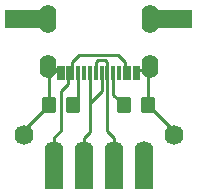
<source format=gbr>
%TF.GenerationSoftware,KiCad,Pcbnew,7.0.1*%
%TF.CreationDate,2023-06-12T18:20:00+05:30*%
%TF.ProjectId,type-C-Breakout,74797065-2d43-42d4-9272-65616b6f7574,rev?*%
%TF.SameCoordinates,Original*%
%TF.FileFunction,Copper,L1,Top*%
%TF.FilePolarity,Positive*%
%FSLAX46Y46*%
G04 Gerber Fmt 4.6, Leading zero omitted, Abs format (unit mm)*
G04 Created by KiCad (PCBNEW 7.0.1) date 2023-06-12 18:20:00*
%MOMM*%
%LPD*%
G01*
G04 APERTURE LIST*
G04 Aperture macros list*
%AMRoundRect*
0 Rectangle with rounded corners*
0 $1 Rounding radius*
0 $2 $3 $4 $5 $6 $7 $8 $9 X,Y pos of 4 corners*
0 Add a 4 corners polygon primitive as box body*
4,1,4,$2,$3,$4,$5,$6,$7,$8,$9,$2,$3,0*
0 Add four circle primitives for the rounded corners*
1,1,$1+$1,$2,$3*
1,1,$1+$1,$4,$5*
1,1,$1+$1,$6,$7*
1,1,$1+$1,$8,$9*
0 Add four rect primitives between the rounded corners*
20,1,$1+$1,$2,$3,$4,$5,0*
20,1,$1+$1,$4,$5,$6,$7,0*
20,1,$1+$1,$6,$7,$8,$9,0*
20,1,$1+$1,$8,$9,$2,$3,0*%
G04 Aperture macros list end*
%TA.AperFunction,CastellatedPad*%
%ADD10R,1.600000X3.200000*%
%TD*%
%TA.AperFunction,ComponentPad*%
%ADD11O,1.600000X1.700000*%
%TD*%
%TA.AperFunction,CastellatedPad*%
%ADD12R,3.200000X1.600000*%
%TD*%
%TA.AperFunction,SMDPad,CuDef*%
%ADD13R,0.300000X1.200000*%
%TD*%
%TA.AperFunction,ComponentPad*%
%ADD14C,1.400000*%
%TD*%
%TA.AperFunction,SMDPad,CuDef*%
%ADD15RoundRect,0.250000X-0.350000X-0.450000X0.350000X-0.450000X0.350000X0.450000X-0.350000X0.450000X0*%
%TD*%
%TA.AperFunction,SMDPad,CuDef*%
%ADD16RoundRect,0.250000X0.350000X0.450000X-0.350000X0.450000X-0.350000X-0.450000X0.350000X-0.450000X0*%
%TD*%
%TA.AperFunction,Conductor*%
%ADD17C,0.250000*%
%TD*%
%TA.AperFunction,Conductor*%
%ADD18C,0.300000*%
%TD*%
G04 APERTURE END LIST*
D10*
%TO.P,J2,1,Pin_1*%
%TO.N,VCC*%
X129720000Y-99542500D03*
D11*
X129720000Y-97932500D03*
D10*
%TO.P,J2,2,Pin_2*%
%TO.N,USB_DM*%
X132260000Y-99542500D03*
D11*
X132260000Y-97932500D03*
D10*
%TO.P,J2,3,Pin_3*%
%TO.N,USB_DP*%
X134800000Y-99542500D03*
D11*
X134800000Y-97932500D03*
D10*
%TO.P,J2,4,Pin_4*%
%TO.N,GND*%
X137340000Y-99542500D03*
D11*
X137340000Y-97932500D03*
%TD*%
D12*
%TO.P,,4,Pin_4*%
%TO.N,GND*%
X127166202Y-86712260D03*
%TD*%
D13*
%TO.P,J1,A1,GND*%
%TO.N,GND*%
X136865000Y-91275000D03*
%TO.P,J1,A4,VBUS*%
%TO.N,VCC*%
X136065000Y-91275000D03*
%TO.P,J1,A5,CC1*%
%TO.N,Net-(J1-CC1)*%
X134765000Y-91275000D03*
%TO.P,J1,A6,Dp1*%
%TO.N,USB_DM*%
X133765000Y-91275000D03*
%TO.P,J1,A7,Dn1*%
%TO.N,USB_DP*%
X133265000Y-91275000D03*
%TO.P,J1,A8,SBU1*%
%TO.N,unconnected-(J1-SBU1-PadA8)*%
X132265000Y-91275000D03*
%TO.P,J1,A9,VBUS*%
%TO.N,VCC*%
X130965000Y-91275000D03*
%TO.P,J1,A12,GND*%
%TO.N,GND*%
X130165000Y-91275000D03*
%TO.P,J1,B1,GND*%
X130465000Y-91275000D03*
%TO.P,J1,B4,VBUS*%
%TO.N,VCC*%
X131265000Y-91275000D03*
%TO.P,J1,B5,CC2*%
%TO.N,Net-(J1-CC2)*%
X131765000Y-91275000D03*
%TO.P,J1,B6,Dp2*%
%TO.N,USB_DM*%
X132765000Y-91275000D03*
%TO.P,J1,B7,Dn2*%
%TO.N,USB_DP*%
X134265000Y-91275000D03*
%TO.P,J1,B8,SBU2*%
%TO.N,unconnected-(J1-SBU2-PadB8)*%
X135265000Y-91275000D03*
%TO.P,J1,B9,VBUS*%
%TO.N,VCC*%
X135765000Y-91275000D03*
%TO.P,J1,B12,GND*%
%TO.N,GND*%
X136565000Y-91275000D03*
D14*
%TO.P,J1,S1,SHIELD*%
X137835000Y-90995000D03*
X137835000Y-90405000D03*
X137835000Y-87205000D03*
X137835000Y-86700000D03*
X137835000Y-86205000D03*
X129195000Y-90995000D03*
X129195000Y-90405000D03*
X129195000Y-87195000D03*
X129195000Y-86700000D03*
X129195000Y-86205000D03*
%TD*%
D15*
%TO.P,R2,1*%
%TO.N,Net-(J1-CC1)*%
X135690000Y-94040000D03*
%TO.P,R2,2*%
%TO.N,GND*%
X137690000Y-94040000D03*
%TD*%
D11*
%TO.P,,4,Pin_4*%
%TO.N,GND*%
X127163303Y-96529623D03*
%TD*%
%TO.P,,4,Pin_4*%
%TO.N,GND*%
X139866806Y-96520000D03*
%TD*%
D12*
%TO.P,,4,Pin_4*%
%TO.N,GND*%
X139855966Y-86708435D03*
%TD*%
D16*
%TO.P,R1,1*%
%TO.N,Net-(J1-CC2)*%
X131340000Y-94040000D03*
%TO.P,R1,2*%
%TO.N,GND*%
X129340000Y-94040000D03*
%TD*%
D17*
%TO.N,GND*%
X137835000Y-90995000D02*
X137690000Y-90995000D01*
X129340000Y-94040000D02*
X127490000Y-95890000D01*
X130165000Y-91275000D02*
X130165000Y-90812500D01*
X136640000Y-91200000D02*
X136640000Y-91275000D01*
X137690000Y-94040000D02*
X139540000Y-95890000D01*
X136845000Y-90995000D02*
X136640000Y-91200000D01*
X137835000Y-90995000D02*
X136845000Y-90995000D01*
D18*
X130185000Y-90995000D02*
X130365000Y-91175000D01*
D17*
X136865000Y-91275000D02*
X136565000Y-91275000D01*
D18*
X130365000Y-91175000D02*
X130365000Y-91275000D01*
D17*
X137690000Y-90995000D02*
X137690000Y-94040000D01*
X127490000Y-95890000D02*
X127490000Y-96529623D01*
X129340000Y-91637500D02*
X129340000Y-94040000D01*
X130165000Y-91275000D02*
X130465000Y-91275000D01*
X139540000Y-95890000D02*
X139540000Y-96520000D01*
D18*
X129195000Y-90995000D02*
X130185000Y-90995000D01*
D17*
X130165000Y-90812500D02*
X129340000Y-91637500D01*
%TO.N,VCC*%
X131265000Y-91275000D02*
X130965000Y-91275000D01*
X130965000Y-92200100D02*
X130340000Y-92825100D01*
X135765000Y-91275000D02*
X136065000Y-91275000D01*
X135765000Y-91275000D02*
X135740000Y-91250000D01*
X130340000Y-96137400D02*
X129720000Y-96757400D01*
X131887245Y-89752755D02*
X131265000Y-90375000D01*
X129720000Y-97932500D02*
X129720000Y-96757400D01*
X130340000Y-92825100D02*
X130340000Y-96137400D01*
X135740000Y-91250000D02*
X135740000Y-90350000D01*
X135142755Y-89752755D02*
X131887245Y-89752755D01*
X130965000Y-91275000D02*
X130965000Y-92200100D01*
X131265000Y-90375000D02*
X131265000Y-91275000D01*
X135740000Y-90350000D02*
X135142755Y-89752755D01*
%TO.N,Net-(J1-CC1)*%
X134765000Y-91275000D02*
X134765000Y-93115000D01*
X134765000Y-93115000D02*
X135690000Y-94040000D01*
%TO.N,USB_DM*%
X132765000Y-96252400D02*
X132260000Y-96757400D01*
X132260000Y-97932500D02*
X132260000Y-96757400D01*
X133765000Y-91275000D02*
X133765000Y-92815000D01*
X132765000Y-92200100D02*
X132765000Y-93180000D01*
X132765000Y-93180000D02*
X132765000Y-93815000D01*
X133765000Y-92815000D02*
X132765000Y-93815000D01*
X132765000Y-93815000D02*
X132765000Y-96252400D01*
X132765000Y-91275000D02*
X132765000Y-92200100D01*
%TO.N,USB_DP*%
X134092755Y-90202755D02*
X134265000Y-90375000D01*
X134265000Y-90375000D02*
X134265000Y-91275000D01*
X133437245Y-90202755D02*
X134092755Y-90202755D01*
X134800000Y-96757400D02*
X134265000Y-96222400D01*
X133265000Y-90375000D02*
X133437245Y-90202755D01*
X134265000Y-96222400D02*
X134265000Y-91275000D01*
X134800000Y-97932500D02*
X134800000Y-96757400D01*
X133265000Y-91275000D02*
X133265000Y-90375000D01*
%TO.N,Net-(J1-CC2)*%
X131765000Y-93615000D02*
X131340000Y-94040000D01*
X131765000Y-91275000D02*
X131765000Y-93615000D01*
%TD*%
M02*

</source>
